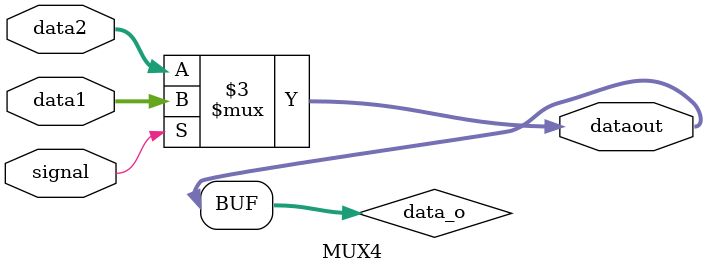
<source format=v>
module MUX4(
  data1,
  data2,
  signal,
  dataout,
);

input[31:0] data1;
input[31:0] data2;
input signal;
output[31:0] dataout;

reg[31:0] data_o;

always@(*)
begin
  if(signal)
    data_o =  data1;
  else
    data_o = data2;
end

assign dataout = data_o;

endmodule


</source>
